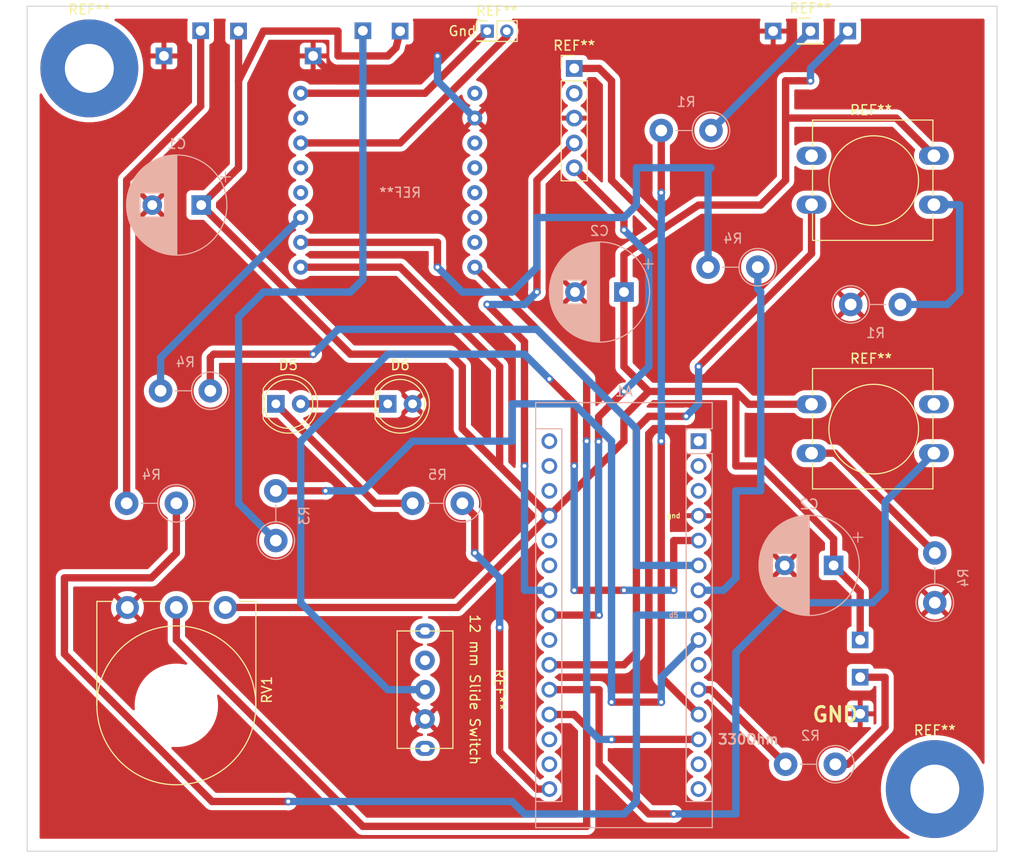
<source format=kicad_pcb>
(kicad_pcb (version 20211014) (generator pcbnew)
  (layers (0 "F.Cu" signal) (31 "B.Cu" signal) (34 "B.Paste" user) (35 "F.Paste" user) (36 "B.SilkS" user "B.Silkscreen") (37 "F.SilkS" user "F.Silkscreen") (38 "B.Mask" user) (39 "F.Mask" user) (44 "Edge.Cuts" user))
  (net 0 "")
  (net 4 "unconnected-(A1-Pad5)")
  (net 5 "unconnected-(A1-Pad6)")
  (net 6 "unconnected-(A1-Pad7)")
  (net 7 "Net-(A1-Pad8)")
  (net 8 "Net-(A1-Pad9)")
  (net 10 "Net-(A1-Pad11)")
  (net 11 "Net-(A1-Pad12)")
  (net 12 "unconnected-(A1-Pad13)")
  (net 15 "Net-(A1-Pad16)")
  (net 16 "unconnected-(A1-Pad17)")
  (net 18 "Net-(A1-Pad19)")
  (net 19 "unconnected-(A1-Pad21)")
  (net 21 "unconnected-(A1-Pad23)")
  (net 22 "unconnected-(A1-Pad24)")
  (net 25 "Net-(A1-Pad27)")
  (net 26 "unconnected-(A1-Pad28)")
  (net 28 "Net-(D5-Pad1)")
  (net 29 "Net-(D5-Pad2)")
  (net 30 "unconnected-(R1-Pad1)")
  (net 31 "unconnected-(R2-Pad1)")
  (net 32 "unconnected-(R3-Pad1)")
  (net 33 "Net-(R4-Pad1)")
  (net 34 "GND")
  (footprint "" (layer "F.Cu") (at 255.27 66.04)
    (fp_text reference "" (at 0 0) (layer "F.SilkS") (effects (font (size 1.27 1.27))))
    (fp_text value "" (at 0 0) (layer "F.SilkS") (effects (font (size 1.27 1.27))))
    (pad "1" thru_hole rect (at 0 0) (size 1.7 1.7) (drill 1) (layers *.Cu *.Mask) (net 34 "GND"))
  )
  (footprint "" (layer "F.Cu") (at 196.795073 66.003382)
    (fp_text reference "" (at 0 0) (layer "F.SilkS") (effects (font (size 1.27 1.27))))
    (fp_text value "" (at 0 0) (layer "F.SilkS") (effects (font (size 1.27 1.27))))
    (pad "1" thru_hole rect (at 0 0) (size 1.7 1.7) (drill 1) (layers *.Cu *.Mask) (net 7 "Net-(A1-Pad8)"))
  )
  (footprint "Potentiometer_THT:Potentiometer_Piher_T-16L_Single_Vertical_Hole" (layer "F.Cu") (at 189.31 124.95 -90)
    (fp_text reference "RV1" (at 8.415 -14.25 -90) (layer "F.SilkS"))
    (fp_text value "R_Potentiometer")
    (pad "" np_thru_hole circle (at 10 -5 270) (size 7.5 7.5) (drill 7.5) (layers *.Cu *.Mask))
    (pad "1" thru_hole circle (at 0 0 270) (size 2.34 2.34) (drill 1.3) (layers *.Cu *.Mask) (net 34 "GND"))
    (pad "2" thru_hole circle (at 0 -5 270) (size 2.34 2.34) (drill 1.3) (layers *.Cu *.Mask) (net 18 "Net-(A1-Pad19)"))
    (pad "3" thru_hole circle (at 0 -10 270) (size 2.34 2.34) (drill 1.3) (layers *.Cu *.Mask) (net 25 "Net-(A1-Pad27)"))
  )
  (footprint "TestLibrary:12mm Slide Switch 3 hole" (layer "F.Cu") (at 219.71 133.35 -90)
    (fp_text reference "REF**" (at 0 -7.62 -90 unlocked) (layer "F.SilkS"))
    (fp_text value "12mm Slide Switch 3 hole")
    (fp_text user "12 mm Slide Switch" (at 0 -5.08 -90 unlocked) (layer "F.SilkS"))
    (pad "1" thru_hole circle (at 0 0 270) (size 2 2) (drill 1) (layers *.Cu *.Mask) (net 4 "unconnected-(A1-Pad5)"))
    (pad "2" thru_hole circle (at 3 0 270) (size 2 2) (drill 1) (layers *.Cu *.Mask) (net 34 "GND"))
    (pad "3" thru_hole circle (at -3 0 270) (size 2 2) (drill 1) (layers *.Cu *.Mask))
    (pad "4" thru_hole oval (at -6 0) (size 2 1.524) (drill oval 1 0.762) (layers *.Cu *.Mask))
    (pad "5" thru_hole oval (at 6 0) (size 2 1.524) (drill oval 1 0.762) (layers *.Cu *.Mask))
  )
  (footprint "LED_THT:LED_D5.0mm" (layer "F.Cu") (at 204.47 104.14)
    (fp_text reference "D5" (at 1.27 -3.96) (layer "F.SilkS"))
    (fp_text value "LED")
    (pad "1" thru_hole rect (at 0 0) (size 1.8 1.8) (drill 0.9) (layers *.Cu *.Mask) (net 28 "Net-(D5-Pad1)"))
    (pad "2" thru_hole circle (at 2.54 0) (size 1.8 1.8) (drill 0.9) (layers *.Cu *.Mask) (net 29 "Net-(D5-Pad2)"))
  )
  (footprint "" (layer "F.Cu") (at 217.17 66.04)
    (fp_text reference "" (at 0 0) (layer "F.SilkS") (effects (font (size 1.27 1.27))))
    (fp_text value "" (at 0 0) (layer "F.SilkS") (effects (font (size 1.27 1.27))))
    (pad "1" thru_hole rect (at 0 0) (size 1.7 1.7) (drill 1) (layers *.Cu *.Mask) (net 25 "Net-(A1-Pad27)"))
  )
  (footprint "" (layer "F.Cu") (at 264.16 132.08 180)
    (fp_text reference "" (at 0 0) (layer "F.SilkS") (effects (font (size 1.27 1.27))))
    (fp_text value "" (at 0 0) (layer "F.SilkS") (effects (font (size 1.27 1.27))))
    (pad "1" thru_hole rect (at 0 0 180) (size 1.7 1.7) (drill 1) (layers *.Cu *.Mask) (net 31 "unconnected-(R2-Pad1)"))
  )
  (footprint "Button_Switch_THT:SW_PUSH-12mm" (layer "F.Cu") (at 259.19 78.78)
    (fp_text reference "REF**" (at 6.08 -4.66) (layer "F.SilkS"))
    (fp_text value "SW_PUSH-12mm")
    (pad "1" thru_hole oval (at 12.5 0) (size 3.048 1.85) (drill 1.3) (layers *.Cu *.Mask) (net 25 "Net-(A1-Pad27)"))
    (pad "1" thru_hole oval (at 0 0) (size 3.048 1.85) (drill 1.3) (layers *.Cu *.Mask))
    (pad "2" thru_hole oval (at 0 5) (size 3.048 1.85) (drill 1.3) (layers *.Cu *.Mask) (net 19 "unconnected-(A1-Pad21)"))
    (pad "2" thru_hole oval (at 12.5 5) (size 3.048 1.85) (drill 1.3) (layers *.Cu *.Mask))
  )
  (footprint "Connector_PinHeader_2.54mm:PinHeader_1x01_P2.54mm_Vertical" (layer "F.Cu") (at 259.08 66.04)
    (fp_text reference "REF**" (at 0 -2.33) (layer "F.SilkS"))
    (fp_text value "PinHeader_1x01_P2.54mm_Vertical")
    (pad "1" thru_hole rect (at 0 0) (size 1.7 1.7) (drill 1) (layers *.Cu *.Mask) (net 30 "unconnected-(R1-Pad1)"))
  )
  (footprint "" (layer "F.Cu") (at 200.66 66.04)
    (fp_text reference "" (at 0 0) (layer "F.SilkS") (effects (font (size 1.27 1.27))))
    (fp_text value "" (at 0 0) (layer "F.SilkS") (effects (font (size 1.27 1.27))))
    (pad "1" thru_hole rect (at 0 0) (size 1.7 1.7) (drill 1) (layers *.Cu *.Mask) (net 25 "Net-(A1-Pad27)"))
  )
  (footprint "" (layer "F.Cu") (at 262.89 66.04)
    (fp_text reference "" (at 0 0) (layer "F.SilkS") (effects (font (size 1.27 1.27))))
    (fp_text value "" (at 0 0) (layer "F.SilkS") (effects (font (size 1.27 1.27))))
    (pad "1" thru_hole rect (at 0 0) (size 1.7 1.7) (drill 1) (layers *.Cu *.Mask) (net 25 "Net-(A1-Pad27)"))
  )
  (footprint "MountingHole:MountingHole_5mm_Pad" (layer "F.Cu") (at 271.78 143.51)
    (fp_text reference "REF**" (at 0 -6) (layer "F.SilkS"))
    (fp_text value "MountingHole_5mm_Pad")
    (pad "1" thru_hole circle (at 0 0) (size 10 10) (drill 5) (layers *.Cu *.Mask))
  )
  (footprint "" (layer "F.Cu") (at 264.16 128.265423 180)
    (fp_text reference "" (at 0 0) (layer "F.SilkS") (effects (font (size 1.27 1.27))))
    (fp_text value "" (at 0 0) (layer "F.SilkS") (effects (font (size 1.27 1.27))))
    (pad "1" thru_hole rect (at 0 0 180) (size 1.7 1.7) (drill 1) (layers *.Cu *.Mask) (net 25 "Net-(A1-Pad27)"))
  )
  (footprint "" (layer "F.Cu") (at 193.04 68.58)
    (fp_text reference "" (at 0 0) (layer "F.SilkS") (effects (font (size 1.27 1.27))))
    (fp_text value "" (at 0 0) (layer "F.SilkS") (effects (font (size 1.27 1.27))))
    (pad "1" thru_hole rect (at 0 0) (size 1.7 1.7) (drill 1) (layers *.Cu *.Mask) (net 34 "GND"))
  )
  (footprint "LED_THT:LED_D5.0mm" (layer "F.Cu") (at 215.9 104.14)
    (fp_text reference "D6" (at 1.27 -3.96) (layer "F.SilkS"))
    (fp_text value "LED")
    (pad "1" thru_hole rect (at 0 0) (size 1.8 1.8) (drill 0.9) (layers *.Cu *.Mask) (net 29 "Net-(D5-Pad2)"))
    (pad "2" thru_hole circle (at 2.54 0) (size 1.8 1.8) (drill 0.9) (layers *.Cu *.Mask) (net 34 "GND"))
  )
  (footprint "" (layer "F.Cu") (at 213.36 66.003382)
    (fp_text reference "" (at 0 0) (layer "F.SilkS") (effects (font (size 1.27 1.27))))
    (fp_text value "" (at 0 0) (layer "F.SilkS") (effects (font (size 1.27 1.27))))
    (pad "1" thru_hole rect (at 0 0) (size 1.7 1.7) (drill 1) (layers *.Cu *.Mask) (net 32 "unconnected-(R3-Pad1)"))
  )
  (footprint "Button_Switch_THT:SW_PUSH-12mm" (layer "F.Cu") (at 259.19 104.18)
    (fp_text reference "REF**" (at 6.08 -4.66) (layer "F.SilkS"))
    (fp_text value "SW_PUSH-12mm")
    (pad "1" thru_hole oval (at 0 0) (size 3.048 1.85) (drill 1.3) (layers *.Cu *.Mask) (net 25 "Net-(A1-Pad27)"))
    (pad "1" thru_hole oval (at 12.5 0) (size 3.048 1.85) (drill 1.3) (layers *.Cu *.Mask))
    (pad "2" thru_hole oval (at 0 5) (size 3.048 1.85) (drill 1.3) (layers *.Cu *.Mask))
    (pad "2" thru_hole oval (at 12.5 5) (size 3.048 1.85) (drill 1.3) (layers *.Cu *.Mask))
  )
  (footprint "Connector_PinHeader_2.00mm:PinHeader_2x01_P2.00mm_Vertical" (layer "F.Cu") (at 226.06 66.04)
    (fp_text reference "REF**" (at 1 -2.06) (layer "F.SilkS"))
    (fp_text value "PinHeader_2x01_P2.00mm_Vertical")
    (pad "1" thru_hole rect (at 0 0) (size 1.35 1.35) (drill 0.8) (layers *.Cu *.Mask) (net 26 "unconnected-(A1-Pad28)"))
    (pad "2" thru_hole oval (at 2 0) (size 1.35 1.35) (drill 0.8) (layers *.Cu *.Mask) (net 16 "unconnected-(A1-Pad17)"))
  )
  (footprint "MountingHole:MountingHole_5mm_Pad" (layer "F.Cu") (at 185.42 69.85)
    (fp_text reference "REF**" (at 0 -6) (layer "F.SilkS"))
    (fp_text value "MountingHole_5mm_Pad")
    (pad "1" thru_hole circle (at 0 0) (size 10 10) (drill 5) (layers *.Cu *.Mask))
  )
  (footprint "" (layer "F.Cu") (at 208.28 68.58)
    (fp_text reference "" (at 0 0) (layer "F.SilkS") (effects (font (size 1.27 1.27))))
    (fp_text value "" (at 0 0) (layer "F.SilkS") (effects (font (size 1.27 1.27))))
    (pad "1" thru_hole rect (at 0 0) (size 1.7 1.7) (drill 1) (layers *.Cu *.Mask) (net 34 "GND"))
  )
  (footprint "" (layer "F.Cu") (at 264.16 135.8193 180)
    (fp_text reference "" (at 0 0) (layer "F.SilkS") (effects (font (size 1.27 1.27))))
    (fp_text value "" (at 0 0) (layer "F.SilkS") (effects (font (size 1.27 1.27))))
    (pad "1" thru_hole rect (at 0 0 180) (size 1.7 1.7) (drill 1) (layers *.Cu *.Mask) (net 34 "GND"))
  )
  (footprint "Connector_PinHeader_2.54mm:PinHeader_1x05_P2.54mm_Vertical" (layer "F.Cu") (at 234.95 69.855)
    (fp_text reference "REF**" (at 0 -2.33) (layer "F.SilkS"))
    (fp_text value "PinHeader_1x05_P2.54mm_Vertical")
    (pad "1" thru_hole rect (at 0 0) (size 1.7 1.7) (drill 1) (layers *.Cu *.Mask) (net 25 "Net-(A1-Pad27)"))
    (pad "2" thru_hole oval (at 0 2.54) (size 1.7 1.7) (drill 1) (layers *.Cu *.Mask))
    (pad "3" thru_hole oval (at 0 5.08) (size 1.7 1.7) (drill 1) (layers *.Cu *.Mask) (net 34 "GND"))
    (pad "4" thru_hole oval (at 0 7.62) (size 1.7 1.7) (drill 1) (layers *.Cu *.Mask) (net 22 "unconnected-(A1-Pad24)"))
    (pad "5" thru_hole oval (at 0 10.16) (size 1.7 1.7) (drill 1) (layers *.Cu *.Mask) (net 21 "unconnected-(A1-Pad23)"))
  )
  (footprint "Resistor_THT:R_Axial_DIN0411_L9.9mm_D3.6mm_P5.08mm_Vertical" (layer "B.Cu") (at 194.31 114.3 180)
    (fp_text reference "R4" (at 2.54 2.92) (layer "B.SilkS") (effects (justify mirror)))
    (fp_text value "R_Small_US")
    (pad "1" thru_hole circle (at 0 0 180) (size 2.4 2.4) (drill 1.2) (layers *.Cu *.Mask) (net 33 "Net-(R4-Pad1)"))
    (pad "2" thru_hole oval (at 5.08 0 180) (size 2.4 2.4) (drill 1.2) (layers *.Cu *.Mask) (net 7 "Net-(A1-Pad8)"))
  )
  (footprint "Resistor_THT:R_Axial_DIN0411_L9.9mm_D3.6mm_P5.08mm_Vertical" (layer "B.Cu") (at 263.19 93.98)
    (fp_text reference "R1" (at 2.54 2.92) (layer "B.SilkS") (effects (justify mirror)))
    (fp_text value "R_Small_US")
    (pad "1" thru_hole circle (at 0 0) (size 2.4 2.4) (drill 1.2) (layers *.Cu *.Mask) (net 34 "GND"))
    (pad "2" thru_hole oval (at 5.08 0) (size 2.4 2.4) (drill 1.2) (layers *.Cu *.Mask))
  )
  (footprint "Resistor_THT:R_Axial_DIN0411_L9.9mm_D3.6mm_P5.08mm_Vertical" (layer "B.Cu") (at 271.78 124.46 90)
    (fp_text reference "R4" (at 2.54 2.92 90) (layer "B.SilkS") (effects (justify mirror)))
    (fp_text value "R_Small_US")
    (pad "1" thru_hole circle (at 0 0 90) (size 2.4 2.4) (drill 1.2) (layers *.Cu *.Mask) (net 34 "GND"))
    (pad "2" thru_hole oval (at 5.08 0 90) (size 2.4 2.4) (drill 1.2) (layers *.Cu *.Mask))
  )
  (footprint "Resistor_THT:R_Axial_DIN0411_L9.9mm_D3.6mm_P5.08mm_Vertical" (layer "B.Cu") (at 197.778407 102.803059 180)
    (fp_text reference "R4" (at 2.54 2.92) (layer "B.SilkS") (effects (justify mirror)))
    (fp_text value "R_Small_US")
    (pad "1" thru_hole circle (at 0 0 180) (size 2.4 2.4) (drill 1.2) (layers *.Cu *.Mask) (net 5 "unconnected-(A1-Pad6)"))
    (pad "2" thru_hole oval (at 5.08 0 180) (size 2.4 2.4) (drill 1.2) (layers *.Cu *.Mask))
  )
  (footprint "Audio_Module:DFPlayer_V2" (layer "B.Cu") (at 217.17 72.39 180)
    (fp_text reference "REF**" (at 0 -10.16) (layer "B.SilkS") (effects (justify mirror)))
    (fp_text value "DFPlayer")
    (pad "1" thru_hole circle (at -7.62 0 180) (size 1.524 1.524) (drill 0.762) (layers *.Cu *.Mask))
    (pad "2" thru_hole circle (at -7.62 -2.54 180) (size 1.524 1.524) (drill 0.762) (layers *.Cu *.Mask) (net 34 "GND"))
    (pad "3" thru_hole circle (at -7.62 -5.08 180) (size 1.524 1.524) (drill 0.762) (layers *.Cu *.Mask))
    (pad "4" thru_hole circle (at -7.62 -7.62 180) (size 1.524 1.524) (drill 0.762) (layers *.Cu *.Mask))
    (pad "5" thru_hole circle (at -7.62 -10.16 180) (size 1.524 1.524) (drill 0.762) (layers *.Cu *.Mask))
    (pad "6" thru_hole circle (at -7.62 -12.7 180) (size 1.524 1.524) (drill 0.762) (layers *.Cu *.Mask))
    (pad "7" thru_hole circle (at -7.62 -15.24 180) (size 1.524 1.524) (drill 0.762) (layers *.Cu *.Mask))
    (pad "8" thru_hole circle (at -7.62 -17.78 180) (size 1.524 1.524) (drill 0.762) (layers *.Cu *.Mask) (net 12 "unconnected-(A1-Pad13)"))
    (pad "9" thru_hole circle (at 10.16 -17.78 180) (size 1.524 1.524) (drill 0.762) (layers *.Cu *.Mask) (net 25 "Net-(A1-Pad27)"))
    (pad "10" thru_hole circle (at 10.16 -15.24 180) (size 1.524 1.524) (drill 0.762) (layers *.Cu *.Mask))
    (pad "11" thru_hole circle (at 10.16 -12.7 180) (size 1.524 1.524) (drill 0.762) (layers *.Cu *.Mask))
    (pad "12" thru_hole circle (at 10.16 -10.16 180) (size 1.524 1.524) (drill 0.762) (layers *.Cu *.Mask))
    (pad "13" thru_hole circle (at 10.16 -7.62 180) (size 1.524 1.524) (drill 0.762) (layers *.Cu *.Mask))
    (pad "14" thru_hole circle (at 10.16 -5.08 180) (size 1.524 1.524) (drill 0.762) (layers *.Cu *.Mask) (net 16 "unconnected-(A1-Pad17)"))
    (pad "15" thru_hole circle (at 10.16 -2.54 180) (size 1.524 1.524) (drill 0.762) (layers *.Cu *.Mask))
    (pad "16" thru_hole circle (at 10.16 0 180) (size 1.524 1.524) (drill 0.762) (layers *.Cu *.Mask) (net 26 "unconnected-(A1-Pad28)"))
  )
  (footprint "Resistor_THT:R_Axial_DIN0411_L9.9mm_D3.6mm_P5.08mm_Vertical" (layer "B.Cu") (at 253.7 90.17 180)
    (fp_text reference "R4" (at 2.54 2.92) (layer "B.SilkS") (effects (justify mirror)))
    (fp_text value "R_Small_US")
    (pad "1" thru_hole circle (at 0 0 180) (size 2.4 2.4) (drill 1.2) (layers *.Cu *.Mask) (net 6 "unconnected-(A1-Pad7)"))
    (pad "2" thru_hole oval (at 5.08 0 180) (size 2.4 2.4) (drill 1.2) (layers *.Cu *.Mask))
  )
  (footprint "Resistor_THT:R_Axial_DIN0411_L9.9mm_D3.6mm_P5.08mm_Vertical" (layer "B.Cu") (at 248.92 76.2 180)
    (fp_text reference "R1" (at 2.54 2.92) (layer "B.SilkS") (effects (justify mirror)))
    (fp_text value "R_Small_US")
    (pad "1" thru_hole circle (at 0 0 180) (size 2.4 2.4) (drill 1.2) (layers *.Cu *.Mask) (net 30 "unconnected-(R1-Pad1)"))
    (pad "2" thru_hole oval (at 5.08 0 180) (size 2.4 2.4) (drill 1.2) (layers *.Cu *.Mask) (net 11 "Net-(A1-Pad12)"))
  )
  (footprint "Capacitor_THT:CP_Radial_D10.0mm_P5.00mm" (layer "B.Cu") (at 196.85 83.82 180)
    (fp_text reference "C1" (at 2.5 6.25) (layer "B.SilkS") (effects (justify mirror)))
    (fp_text value "C_Polarized_Small_US")
    (pad "1" thru_hole rect (at 0 0 180) (size 2 2) (drill 1) (layers *.Cu *.Mask) (net 25 "Net-(A1-Pad27)"))
    (pad "2" thru_hole circle (at 5 0 180) (size 2 2) (drill 1) (layers *.Cu *.Mask) (net 34 "GND"))
  )
  (footprint "Resistor_THT:R_Axial_DIN0411_L9.9mm_D3.6mm_P5.08mm_Vertical" (layer "B.Cu") (at 261.62 140.97 180)
    (fp_text reference "R2" (at 2.54 2.92) (layer "B.SilkS") (effects (justify mirror)))
    (fp_text value "R_Small_US")
    (pad "1" thru_hole circle (at 0 0 180) (size 2.4 2.4) (drill 1.2) (layers *.Cu *.Mask) (net 31 "unconnected-(R2-Pad1)"))
    (pad "2" thru_hole oval (at 5.08 0 180) (size 2.4 2.4) (drill 1.2) (layers *.Cu *.Mask) (net 10 "Net-(A1-Pad11)"))
  )
  (footprint "Capacitor_THT:CP_Radial_D10.0mm_P5.00mm" (layer "B.Cu") (at 261.447677 120.65 180)
    (fp_text reference "C2" (at 2.5 6.25) (layer "B.SilkS") (effects (justify mirror)))
    (fp_text value "C_Polarized_Small_US")
    (pad "1" thru_hole rect (at 0 0 180) (size 2 2) (drill 1) (layers *.Cu *.Mask) (net 25 "Net-(A1-Pad27)"))
    (pad "2" thru_hole circle (at 5 0 180) (size 2 2) (drill 1) (layers *.Cu *.Mask) (net 34 "GND"))
  )
  (footprint "Resistor_THT:R_Axial_DIN0411_L9.9mm_D3.6mm_P5.08mm_Vertical" (layer "B.Cu") (at 204.47 118.11 90)
    (fp_text reference "R3" (at 2.54 2.92 90) (layer "B.SilkS") (effects (justify mirror)))
    (fp_text value "R_Small_US")
    (pad "1" thru_hole circle (at 0 0 90) (size 2.4 2.4) (drill 1.2) (layers *.Cu *.Mask) (net 32 "unconnected-(R3-Pad1)"))
    (pad "2" thru_hole oval (at 5.08 0 90) (size 2.4 2.4) (drill 1.2) (layers *.Cu *.Mask) (net 8 "Net-(A1-Pad9)"))
  )
  (footprint "Capacitor_THT:CP_Radial_D10.0mm_P5.00mm" (layer "B.Cu") (at 240.03 92.71 180)
    (fp_text reference "C2" (at 2.5 6.25) (layer "B.SilkS") (effects (justify mirror)))
    (fp_text value "C_Polarized_Small_US")
    (pad "1" thru_hole rect (at 0 0 180) (size 2 2) (drill 1) (layers *.Cu *.Mask) (net 25 "Net-(A1-Pad27)"))
    (pad "2" thru_hole circle (at 5 0 180) (size 2 2) (drill 1) (layers *.Cu *.Mask) (net 34 "GND"))
  )
  (footprint "Resistor_THT:R_Axial_DIN0411_L9.9mm_D3.6mm_P5.08mm_Vertical" (layer "B.Cu") (at 223.52 114.3 180)
    (fp_text reference "R5" (at 2.54 2.92) (layer "B.SilkS") (effects (justify mirror)))
    (fp_text value "R_Small_US")
    (pad "1" thru_hole circle (at 0 0 180) (size 2.4 2.4) (drill 1.2) (layers *.Cu *.Mask) (net 15 "Net-(A1-Pad16)"))
    (pad "2" thru_hole oval (at 5.08 0 180) (size 2.4 2.4) (drill 1.2) (layers *.Cu *.Mask) (net 28 "Net-(D5-Pad1)"))
  )
  (footprint "Module:Arduino_Nano" (layer "B.Cu") (at 247.65 107.95 180)
    (fp_text reference "A1" (at 7.62 5.08) (layer "B.SilkS") (effects (justify mirror)))
    (fp_text value "Arduino_Nano_v3.x")
    (pad "1" thru_hole rect (at 0 0 180) (size 1.6 1.6) (drill 1) (layers *.Cu *.Mask))
    (pad "2" thru_hole oval (at 0 -2.54 180) (size 1.6 1.6) (drill 1) (layers *.Cu *.Mask))
    (pad "3" thru_hole oval (at 0 -5.08 180) (size 1.6 1.6) (drill 1) (layers *.Cu *.Mask))
    (pad "4" thru_hole oval (at 0 -7.62 180) (size 1.6 1.6) (drill 1) (layers *.Cu *.Mask) (net 34 "GND"))
    (pad "5" thru_hole oval (at 0 -10.16 180) (size 1.6 1.6) (drill 1) (layers *.Cu *.Mask) (net 4 "unconnected-(A1-Pad5)"))
    (pad "6" thru_hole oval (at 0 -12.7 180) (size 1.6 1.6) (drill 1) (layers *.Cu *.Mask) (net 5 "unconnected-(A1-Pad6)"))
    (pad "7" thru_hole oval (at 0 -15.24 180) (size 1.6 1.6) (drill 1) (layers *.Cu *.Mask) (net 6 "unconnected-(A1-Pad7)"))
    (pad "8" thru_hole oval (at 0 -17.78 180) (size 1.6 1.6) (drill 1) (layers *.Cu *.Mask) (net 33 "Net-(R4-Pad1)"))
    (pad "9" thru_hole oval (at 0 -20.32 180) (size 1.6 1.6) (drill 1) (layers *.Cu *.Mask) (net 8 "Net-(A1-Pad9)"))
    (pad "10" thru_hole oval (at 0 -22.86 180) (size 1.6 1.6) (drill 1) (layers *.Cu *.Mask))
    (pad "11" thru_hole oval (at 0 -25.4 180) (size 1.6 1.6) (drill 1) (layers *.Cu *.Mask) (net 10 "Net-(A1-Pad11)"))
    (pad "12" thru_hole oval (at 0 -27.94 180) (size 1.6 1.6) (drill 1) (layers *.Cu *.Mask) (net 11 "Net-(A1-Pad12)"))
    (pad "13" thru_hole oval (at 0 -30.48 180) (size 1.6 1.6) (drill 1) (layers *.Cu *.Mask) (net 12 "unconnected-(A1-Pad13)"))
    (pad "14" thru_hole oval (at 0 -33.02 180) (size 1.6 1.6) (drill 1) (layers *.Cu *.Mask))
    (pad "15" thru_hole oval (at 0 -35.56 180) (size 1.6 1.6) (drill 1) (layers *.Cu *.Mask))
    (pad "16" thru_hole oval (at 15.24 -35.56 180) (size 1.6 1.6) (drill 1) (layers *.Cu *.Mask) (net 15 "Net-(A1-Pad16)"))
    (pad "17" thru_hole oval (at 15.24 -33.02 180) (size 1.6 1.6) (drill 1) (layers *.Cu *.Mask))
    (pad "18" thru_hole oval (at 15.24 -30.48 180) (size 1.6 1.6) (drill 1) (layers *.Cu *.Mask))
    (pad "19" thru_hole oval (at 15.24 -27.94 180) (size 1.6 1.6) (drill 1) (layers *.Cu *.Mask) (net 18 "Net-(A1-Pad19)"))
    (pad "20" thru_hole oval (at 15.24 -25.4 180) (size 1.6 1.6) (drill 1) (layers *.Cu *.Mask))
    (pad "21" thru_hole oval (at 15.24 -22.86 180) (size 1.6 1.6) (drill 1) (layers *.Cu *.Mask) (net 19 "unconnected-(A1-Pad21)"))
    (pad "22" thru_hole oval (at 15.24 -20.32 180) (size 1.6 1.6) (drill 1) (layers *.Cu *.Mask))
    (pad "23" thru_hole oval (at 15.24 -17.78 180) (size 1.6 1.6) (drill 1) (layers *.Cu *.Mask) (net 21 "unconnected-(A1-Pad23)"))
    (pad "24" thru_hole oval (at 15.24 -15.24 180) (size 1.6 1.6) (drill 1) (layers *.Cu *.Mask) (net 22 "unconnected-(A1-Pad24)"))
    (pad "25" thru_hole oval (at 15.24 -12.7 180) (size 1.6 1.6) (drill 1) (layers *.Cu *.Mask))
    (pad "26" thru_hole oval (at 15.24 -10.16 180) (size 1.6 1.6) (drill 1) (layers *.Cu *.Mask))
    (pad "27" thru_hole oval (at 15.24 -7.62 180) (size 1.6 1.6) (drill 1) (layers *.Cu *.Mask) (net 25 "Net-(A1-Pad27)"))
    (pad "28" thru_hole oval (at 15.24 -5.08 180) (size 1.6 1.6) (drill 1) (layers *.Cu *.Mask))
    (pad "29" thru_hole oval (at 15.24 -2.54 180) (size 1.6 1.6) (drill 1) (layers *.Cu *.Mask))
    (pad "30" thru_hole oval (at 15.24 0 180) (size 1.6 1.6) (drill 1) (layers *.Cu *.Mask))
  )
  (gr_line (start 179.07 149.86) (end 179.07 63.5) (layer "Edge.Cuts") (width 0.1))
  (gr_line (start 179.07 63.5) (end 278.13 63.5) (layer "Edge.Cuts") (width 0.1))
  (gr_line (start 278.13 63.5) (end 278.13 149.86) (layer "Edge.Cuts") (width 0.1))
  (gr_line (start 278.13 149.86) (end 179.07 149.86) (layer "Edge.Cuts") (width 0.1))
  (gr_text "330Ohm" (at 252.73 138.43) (layer "B.SilkS") (effects (font (size 1 1) (thickness 0.2))))
  (gr_text "d5" (at 245.11 125.73) (layer "B.SilkS") (effects (font (size 0.5 0.5) (thickness 0.1))))
  (gr_text "Gnd" (at 223.52 66.04) (layer "F.SilkS") (effects (font (size 1 1))))
  (gr_text "gnd" (at 245.11 115.57) (layer "F.SilkS") (effects (font (size 0.5 0.5) (thickness 0.1))))
  (gr_text "GND" (at 261.62 135.89) (layer "F.SilkS") (effects (font (size 1.5 1.5) (thickness 0.3))))
  (segment (start 261.58 109.18) (end 271.78 119.38) (width 0.75) (layer "F.Cu") (net 0))
  (segment (start 220.98 87.63) (end 220.98 90.17) (width 0.75) (layer "F.Cu") (net 0))
  (segment (start 259.19 109.18) (end 261.58 109.18) (width 0.75) (layer "F.Cu") (net 0))
  (segment (start 245.11 146.05) (end 242.57 146.05) (width 0.75) (layer "F.Cu") (net 0))
  (segment (start 242.57 146.05) (end 237.49 140.97) (width 0.75) (layer "F.Cu") (net 0))
  (segment (start 207.01 87.63) (end 220.98 87.63) (width 0.75) (layer "F.Cu") (net 0))
  (segment (start 237.49 140.97) (end 237.49 133.35) (width 0.75) (layer "F.Cu") (net 0))
  (segment (start 237.49 133.35) (end 232.41 133.35) (width 0.75) (layer "F.Cu") (net 0))
  (via (at 220.98 90.17) (size 0.8) (drill 0.4) (layers "F.Cu" "B.Cu") (net 0))
  (via (at 245.11 146.05) (size 0.8) (drill 0.4) (layers "F.Cu" "B.Cu") (net 0))
  (segment (start 274.32 83.82) (end 274.32 92.71) (width 0.75) (layer "B.Cu") (net 0))
  (segment (start 228.6 92.71) (end 231.14 90.17) (width 0.75) (layer "B.Cu") (net 0))
  (segment (start 274.32 92.71) (end 273.05 93.98) (width 0.75) (layer "B.Cu") (net 0))
  (segment (start 265.43 124.46) (end 256.54 124.46) (width 0.75) (layer "B.Cu") (net 0))
  (segment (start 220.98 90.17) (end 223.52 92.71) (width 0.75) (layer "B.Cu") (net 0))
  (segment (start 266.7 120.65) (end 266.7 123.19) (width 0.75) (layer "B.Cu") (net 0))
  (segment (start 251.46 146.05) (end 245.11 146.05) (width 0.75) (layer "B.Cu") (net 0))
  (segment (start 251.46 132.08) (end 251.46 146.05) (width 0.75) (layer "B.Cu") (net 0))
  (segment (start 231.14 85.09) (end 240.03 85.09) (width 0.75) (layer "B.Cu") (net 0))
  (segment (start 256.54 124.46) (end 251.46 129.54) (width 0.75) (layer "B.Cu") (net 0))
  (segment (start 240.03 85.09) (end 241.3 83.82) (width 0.75) (layer "B.Cu") (net 0))
  (segment (start 266.7 123.19) (end 265.43 124.46) (width 0.75) (layer "B.Cu") (net 0))
  (segment (start 273.05 93.98) (end 268.27 93.98) (width 0.75) (layer "B.Cu") (net 0))
  (segment (start 266.7 114.17) (end 266.7 120.65) (width 0.75) (layer "B.Cu") (net 0))
  (segment (start 251.46 129.54) (end 251.46 132.08) (width 0.75) (layer "B.Cu") (net 0))
  (segment (start 248.92 80.01) (end 248.62 80.31) (width 0.75) (layer "B.Cu") (net 0))
  (segment (start 274.28 83.78) (end 274.32 83.82) (width 0.75) (layer "B.Cu") (net 0))
  (segment (start 248.62 80.31) (end 248.62 90.17) (width 0.75) (layer "B.Cu") (net 0))
  (segment (start 241.3 83.82) (end 241.3 80.01) (width 0.75) (layer "B.Cu") (net 0))
  (segment (start 192.698407 102.803059) (end 192.698407 99.401593) (width 0.75) (layer "B.Cu") (net 0))
  (segment (start 223.52 92.71) (end 228.6 92.71) (width 0.75) (layer "B.Cu") (net 0))
  (segment (start 231.14 90.17) (end 231.14 85.09) (width 0.75) (layer "B.Cu") (net 0))
  (segment (start 241.3 80.01) (end 248.92 80.01) (width 0.75) (layer "B.Cu") (net 0))
  (segment (start 192.698407 99.401593) (end 207.01 85.09) (width 0.75) (layer "B.Cu") (net 0))
  (segment (start 271.69 109.18) (end 266.7 114.17) (width 0.75) (layer "B.Cu") (net 0))
  (segment (start 271.69 83.78) (end 274.28 83.78) (width 0.75) (layer "B.Cu") (net 0))
  (segment (start 232.41 101.6) (end 234.95 104.14) (width 0.75) (layer "F.Cu") (net 4))
  (segment (start 245.11 118.11) (end 247.65 118.11) (width 0.75) (layer "F.Cu") (net 4))
  (segment (start 245.11 123.19) (end 245.11 118.11) (width 0.75) (layer "F.Cu") (net 4))
  (segment (start 234.95 123.19) (end 240.03 123.19) (width 0.75) (layer "F.Cu") (net 4))
  (segment (start 234.95 104.14) (end 234.95 110.49) (width 0.75) (layer "F.Cu") (net 4))
  (via (at 234.95 110.49) (size 0.8) (drill 0.4) (layers "F.Cu" "B.Cu") (net 4))
  (via (at 245.11 123.19) (size 0.8) (drill 0.4) (layers "F.Cu" "B.Cu") (net 4))
  (via (at 240.03 123.19) (size 0.8) (drill 0.4) (layers "F.Cu" "B.Cu") (net 4))
  (via (at 234.95 123.19) (size 0.8) (drill 0.4) (layers "F.Cu" "B.Cu") (net 4))
  (via (at 232.41 101.6) (size 0.8) (drill 0.4) (layers "F.Cu" "B.Cu") (net 4))
  (segment (start 229.87 99.06) (end 232.41 101.6) (width 0.75) (layer "B.Cu") (net 4))
  (segment (start 215.9 133.35) (end 209.55 127) (width 0.75) (layer "B.Cu") (net 4))
  (segment (start 209.55 127) (end 207.01 124.46) (width 0.75) (layer "B.Cu") (net 4))
  (segment (start 207.01 124.46) (end 207.01 110.49) (width 0.75) (layer "B.Cu") (net 4))
  (segment (start 207.01 107.95) (end 215.9 99.06) (width 0.75) (layer "B.Cu") (net 4))
  (segment (start 215.9 99.06) (end 229.87 99.06) (width 0.75) (layer "B.Cu") (net 4))
  (segment (start 240.03 123.19) (end 245.11 123.19) (width 0.75) (layer "B.Cu") (net 4))
  (segment (start 234.95 110.49) (end 234.95 123.19) (width 0.75) (layer "B.Cu") (net 4))
  (segment (start 207.01 110.49) (end 207.01 107.95) (width 0.75) (layer "B.Cu") (net 4))
  (segment (start 219.71 133.35) (end 215.9 133.35) (width 0.75) (layer "B.Cu") (net 4))
  (segment (start 198.12 99.06) (end 208.28 99.06) (width 0.75) (layer "F.Cu") (net 5))
  (segment (start 197.778407 102.803059) (end 197.778407 99.401593) (width 0.75) (layer "F.Cu") (net 5))
  (segment (start 197.778407 99.401593) (end 198.12 99.06) (width 0.75) (layer "F.Cu") (net 5))
  (via (at 208.28 99.06) (size 0.8) (drill 0.4) (layers "F.Cu" "B.Cu") (net 5))
  (segment (start 231.14 96.52) (end 241.3 106.68) (width 0.75) (layer "B.Cu") (net 5))
  (segment (start 241.3 120.65) (end 247.65 120.65) (width 0.75) (layer "B.Cu") (net 5))
  (segment (start 210.82 96.52) (end 231.14 96.52) (width 0.75) (layer "B.Cu") (net 5))
  (segment (start 208.28 99.06) (end 210.82 96.52) (width 0.75) (layer "B.Cu") (net 5))
  (segment (start 241.3 106.68) (end 241.3 120.65) (width 0.75) (layer "B.Cu") (net 5))
  (segment (start 247.65 123.19) (end 250.19 123.19) (width 0.75) (layer "B.Cu") (net 6))
  (segment (start 254 113.03) (end 254 92.71) (width 0.75) (layer "B.Cu") (net 6))
  (segment (start 251.46 113.03) (end 254 113.03) (width 0.75) (layer "B.Cu") (net 6))
  (segment (start 250.19 123.19) (end 251.46 121.92) (width 0.75) (layer "B.Cu") (net 6))
  (segment (start 251.46 121.92) (end 251.46 113.03) (width 0.75) (layer "B.Cu") (net 6))
  (segment (start 253.7 92.41) (end 253.7 90.17) (width 0.75) (layer "B.Cu") (net 6))
  (segment (start 254 92.71) (end 253.7 92.41) (width 0.75) (layer "B.Cu") (net 6))
  (segment (start 196.795073 73.714927) (end 196.795073 66.003382) (width 0.75) (layer "F.Cu") (net 7))
  (segment (start 189.23 114.3) (end 189.23 81.28) (width 0.75) (layer "F.Cu") (net 7))
  (segment (start 189.23 81.28) (end 196.795073 73.714927) (width 0.75) (layer "F.Cu") (net 7))
  (segment (start 238.76 134.62) (end 243.84 134.62) (width 0.75) (layer "F.Cu") (net 8))
  (segment (start 204.47 113.03) (end 209.55 113.03) (width 0.75) (layer "F.Cu") (net 8))
  (via (at 243.84 134.62) (size 0.8) (drill 0.4) (layers "F.Cu" "B.Cu") (net 8))
  (via (at 238.76 134.62) (size 0.8) (drill 0.4) (layers "F.Cu" "B.Cu") (net 8))
  (via (at 209.55 113.03) (size 0.8) (drill 0.4) (layers "F.Cu" "B.Cu") (net 8))
  (segment (start 236.22 105.41) (end 238.76 107.95) (width 0.75) (layer "B.Cu") (net 8))
  (segment (start 209.55 113.03) (end 213.36 113.03) (width 0.75) (layer "B.Cu") (net 8))
  (segment (start 243.84 134.62) (end 243.84 132.08) (width 0.75) (layer "B.Cu") (net 8))
  (segment (start 218.44 107.95) (end 228.6 107.95) (width 0.75) (layer "B.Cu") (net 8))
  (segment (start 215.9 110.49) (end 218.44 107.95) (width 0.75) (layer "B.Cu") (net 8))
  (segment (start 228.6 104.14) (end 234.95 104.14) (width 0.75) (layer "B.Cu") (net 8))
  (segment (start 238.76 107.95) (end 238.76 134.62) (width 0.75) (layer "B.Cu") (net 8))
  (segment (start 234.95 104.14) (end 236.22 105.41) (width 0.75) (layer "B.Cu") (net 8))
  (segment (start 243.84 132.08) (end 247.65 128.27) (width 0.75) (layer "B.Cu") (net 8))
  (segment (start 213.36 113.03) (end 215.9 110.49) (width 0.75) (layer "B.Cu") (net 8))
  (segment (start 228.6 107.95) (end 228.6 104.14) (width 0.75) (layer "B.Cu") (net 8))
  (segment (start 248.92 133.35) (end 256.54 140.97) (width 0.75) (layer "F.Cu") (net 10))
  (segment (start 247.65 133.35) (end 248.92 133.35) (width 0.75) (layer "F.Cu") (net 10))
  (segment (start 243.84 76.2) (end 243.84 82.55) (width 0.75) (layer "F.Cu") (net 11))
  (segment (start 243.84 132.08) (end 247.65 135.89) (width 0.75) (layer "F.Cu") (net 11))
  (segment (start 243.84 107.95) (end 243.84 132.08) (width 0.75) (layer "F.Cu") (net 11))
  (via (at 243.84 82.55) (size 0.8) (drill 0.4) (layers "F.Cu" "B.Cu") (net 11))
  (via (at 243.84 107.95) (size 0.8) (drill 0.4) (layers "F.Cu" "B.Cu") (net 11))
  (segment (start 243.84 82.55) (end 243.84 107.95) (width 0.75) (layer "B.Cu") (net 11))
  (segment (start 224.79 90.17) (end 236.22 101.6) (width 0.75) (layer "F.Cu") (net 12))
  (segment (start 238.76 138.43) (end 247.65 138.43) (width 0.75) (layer "F.Cu") (net 12))
  (segment (start 236.22 101.6) (end 236.22 107.95) (width 0.75) (layer "F.Cu") (net 12))
  (via (at 236.22 107.95) (size 0.8) (drill 0.4) (layers "F.Cu" "B.Cu") (net 12))
  (via (at 238.76 138.43) (size 0.8) (drill 0.4) (layers "F.Cu" "B.Cu") (net 12))
  (segment (start 236.22 107.95) (end 236.22 137.16) (width 0.75) (layer "B.Cu") (net 12))
  (segment (start 236.22 137.16) (end 237.49 138.43) (width 0.75) (layer "B.Cu") (net 12))
  (segment (start 237.49 138.43) (end 238.76 138.43) (width 0.75) (layer "B.Cu") (net 12))
  (segment (start 227.33 139.7) (end 227.33 127) (width 0.75) (layer "F.Cu") (net 15))
  (segment (start 231.14 143.51) (end 228.6 140.97) (width 0.75) (layer "F.Cu") (net 15))
  (segment (start 228.6 140.97) (end 227.33 139.7) (width 0.75) (layer "F.Cu") (net 15))
  (segment (start 232.41 143.51) (end 231.14 143.51) (width 0.75) (layer "F.Cu") (net 15))
  (segment (start 224.79 115.57) (end 223.52 114.3) (width 0.75) (layer "F.Cu") (net 15))
  (segment (start 224.79 119.38) (end 224.79 115.57) (width 0.75) (layer "F.Cu") (net 15))
  (via (at 224.79 119.38) (size 0.8) (drill 0.4) (layers "F.Cu" "B.Cu") (net 15))
  (via (at 227.33 127) (size 0.8) (drill 0.4) (layers "F.Cu" "B.Cu") (net 15))
  (segment (start 227.33 127) (end 227.33 121.92) (width 0.75) (layer "B.Cu") (net 15))
  (segment (start 227.33 121.92) (end 224.79 119.38) (width 0.75) (layer "B.Cu") (net 15))
  (segment (start 228.06 66.04) (end 228.06 66.58) (width 0.75) (layer "F.Cu") (net 16))
  (segment (start 228.06 66.58) (end 217.17 77.47) (width 0.75) (layer "F.Cu") (net 16))
  (segment (start 217.17 77.47) (end 207.01 77.47) (width 0.75) (layer "F.Cu") (net 16))
  (segment (start 194.31 128.27) (end 213.36 147.32) (width 0.75) (layer "F.Cu") (net 18))
  (segment (start 236.22 147.32) (end 236.22 137.16) (width 0.75) (layer "F.Cu") (net 18))
  (segment (start 213.36 147.32) (end 236.22 147.32) (width 0.75) (layer "F.Cu") (net 18))
  (segment (start 234.95 135.89) (end 232.41 135.89) (width 0.75) (layer "F.Cu") (net 18))
  (segment (start 194.31 124.95) (end 194.31 128.27) (width 0.75) (layer "F.Cu") (net 18))
  (segment (start 236.22 137.16) (end 234.95 135.89) (width 0.75) (layer "F.Cu") (net 18))
  (segment (start 241.3 129.54) (end 240.03 130.81) (width 0.75) (layer "F.Cu") (net 19))
  (segment (start 259.19 83.78) (end 259.19 88.79) (width 0.75) (layer "F.Cu") (net 19))
  (segment (start 259.19 88.79) (end 247.65 100.33) (width 0.75) (layer "F.Cu") (net 19))
  (segment (start 240.03 130.81) (end 232.41 130.81) (width 0.75) (layer "F.Cu") (net 19))
  (segment (start 242.57 105.41) (end 241.3 106.68) (width 0.75) (layer "F.Cu") (net 19))
  (segment (start 246.38 105.41) (end 242.57 105.41) (width 0.75) (layer "F.Cu") (net 19))
  (segment (start 241.3 106.68) (end 241.3 129.54) (width 0.75) (layer "F.Cu") (net 19))
  (via (at 246.38 105.41) (size 0.8) (drill 0.4) (layers "F.Cu" "B.Cu") (net 19))
  (via (at 247.65 100.33) (size 0.8) (drill 0.4) (layers "F.Cu" "B.Cu") (net 19))
  (segment (start 247.65 100.33) (end 247.65 104.14) (width 0.75) (layer "B.Cu") (net 19))
  (segment (start 247.65 104.14) (end 246.38 105.41) (width 0.75) (layer "B.Cu") (net 19))
  (segment (start 234.95 80.015) (end 240.03 85.095) (width 0.75) (layer "F.Cu") (net 21))
  (segment (start 237.49 125.73) (end 232.41 125.73) (width 0.75) (layer "F.Cu") (net 21))
  (segment (start 240.03 85.095) (end 240.03 86.36) (width 0.75) (layer "F.Cu") (net 21))
  (segment (start 240.03 102.87) (end 237.435924 105.464076) (width 0.75) (layer "F.Cu") (net 21))
  (segment (start 237.435924 105.464076) (end 237.435924 108.004076) (width 0.75) (layer "F.Cu") (net 21))
  (via (at 237.49 125.73) (size 0.8) (drill 0.4) (layers "F.Cu" "B.Cu") (net 21))
  (via (at 240.03 86.36) (size 0.8) (drill 0.4) (layers "F.Cu" "B.Cu") (net 21))
  (via (at 240.03 102.87) (size 0.8) (drill 0.4) (layers "F.Cu" "B.Cu") (net 21))
  (via (at 237.435924 108.004076) (size 0.8) (drill 0.4) (layers "F.Cu" "B.Cu") (net 21))
  (segment (start 242.57 90.17) (end 242.57 100.33) (width 0.75) (layer "B.Cu") (net 21))
  (segment (start 242.57 88.9) (end 242.57 90.17) (width 0.75) (layer "B.Cu") (net 21))
  (segment (start 237.435924 108.004076) (end 237.435924 125.675924) (width 0.75) (layer "B.Cu") (net 21))
  (segment (start 240.03 86.36) (end 242.57 88.9) (width 0.75) (layer "B.Cu") (net 21))
  (segment (start 237.435924 125.675924) (end 237.49 125.73) (width 0.75) (layer "B.Cu") (net 21))
  (segment (start 242.57 100.33) (end 240.03 102.87) (width 0.75) (layer "B.Cu") (net 21))
  (segment (start 226.06 93.98) (end 229.87 97.79) (width 0.75) (layer "F.Cu") (net 22))
  (segment (start 234.95 77.475) (end 231.14 81.285) (width 0.75) (layer "F.Cu") (net 22))
  (segment (start 229.87 97.79) (end 229.87 101.6) (width 0.75) (layer "F.Cu") (net 22))
  (segment (start 229.87 101.6) (end 229.87 110.49) (width 0.75) (layer "F.Cu") (net 22))
  (segment (start 231.14 81.285) (end 231.14 92.71) (width 0.75) (layer "F.Cu") (net 22))
  (via (at 226.06 93.98) (size 0.8) (drill 0.4) (layers "F.Cu" "B.Cu") (net 22))
  (via (at 229.87 110.49) (size 0.8) (drill 0.4) (layers "F.Cu" "B.Cu") (net 22))
  (via (at 231.14 92.71) (size 0.8) (drill 0.4) (layers "F.Cu" "B.Cu") (net 22))
  (segment (start 229.87 93.98) (end 226.06 93.98) (width 0.75) (layer "B.Cu") (net 22))
  (segment (start 229.87 123.19) (end 232.41 123.19) (width 0.75) (layer "B.Cu") (net 22))
  (segment (start 229.87 110.49) (end 229.87 123.19) (width 0.75) (layer "B.Cu") (net 22))
  (segment (start 231.14 92.71) (end 229.87 93.98) (width 0.75) (layer "B.Cu") (net 22))
  (segment (start 257.81 71.12) (end 259.08 71.12) (width 0.75) (layer "F.Cu") (net 25))
  (segment (start 227.33 110.49) (end 232.41 115.57) (width 0.75) (layer "F.Cu") (net 25))
  (segment (start 254 110.49) (end 251.46 110.49) (width 0.75) (layer "F.Cu") (net 25))
  (segment (start 240.03 105.41) (end 240.03 107.95) (width 0.75) (layer "F.Cu") (net 25))
  (segment (start 207.01 90.17) (end 217.17 90.17) (width 0.75) (layer "F.Cu") (net 25))
  (segment (start 210.82 66.04) (end 210.82 68.58) (width 0.75) (layer "F.Cu") (net 25))
  (segment (start 267.84 74.93) (end 256.54 74.93) (width 0.75) (layer "F.Cu") (net 25))
  (segment (start 216.746667 67.733333) (end 217.17 66.04) (width 0.75) (layer "F.Cu") (net 25))
  (segment (start 222.25 99.06) (end 223.52 100.33) (width 0.75) (layer "F.Cu") (net 25))
  (segment (start 261.447677 117.937677) (end 254 110.49) (width 0.75) (layer "F.Cu") (net 25))
  (segment (start 256.54 81.28) (end 256.54 74.93) (width 0.75) (layer "F.Cu") (net 25))
  (segment (start 200.66 66.04) (end 200.66 71.12) (width 0.75) (layer "F.Cu") (net 25))
  (segment (start 199.31 124.95) (end 223.03 124.95) (width 0.75) (layer "F.Cu") (net 25))
  (segment (start 196.85 83.82) (end 212.09 99.06) (width 0.75) (layer "F.Cu") (net 25))
  (segment (start 240.03 100.33) (end 240.03 92.71) (width 0.75) (layer "F.Cu") (net 25))
  (segment (start 261.447677 120.65) (end 261.447677 117.937677) (width 0.75) (layer "F.Cu") (net 25))
  (segment (start 238.76 81.28) (end 243.84 86.36) (width 0.75) (layer "F.Cu") (net 25))
  (segment (start 212.09 99.06) (end 222.25 99.06) (width 0.75) (layer "F.Cu") (net 25))
  (segment (start 237.495 69.855) (end 238.76 71.12) (width 0.75) (layer "F.Cu") (net 25))
  (segment (start 240.03 107.95) (end 232.41 115.57) (width 0.75) (layer "F.Cu") (net 25))
  (segment (start 217.17 90.17) (end 227.33 100.33) (width 0.75) (layer "F.Cu") (net 25))
  (segment (start 223.52 106.68) (end 227.33 110.49) (width 0.75) (layer "F.Cu") (net 25))
  (segment (start 210.82 68.58) (end 215.9 68.58) (width 0.75) (layer "F.Cu") (net 25))
  (segment (start 240.03 92.71) (end 240.03 88.9) (width 0.75) (layer "F.Cu") (net 25))
  (segment (start 215.9 68.58) (end 216.746667 67.733333) (width 0.75) (layer "F.Cu") (net 25))
  (segment (start 223.52 100.33) (end 223.52 106.68) (width 0.75) (layer "F.Cu") (net 25))
  (segment (start 240.03 88.9) (end 247.65 83.82) (width 0.75) (layer "F.Cu") (net 25))
  (segment (start 271.69 78.78) (end 267.84 74.93) (width 0.75) (layer "F.Cu") (net 25))
  (segment (start 256.54 71.12) (end 257.81 71.12) (width 0.75) (layer "F.Cu") (net 25))
  (segment (start 252.77 104.18) (end 251.46 102.87) (width 0.75) (layer "F.Cu") (net 25))
  (segment (start 200.66 71.12) (end 203.2 66.04) (width 0.75) (layer "F.Cu") (net 25))
  (segment (start 200.66 71.12) (end 200.66 80.01) (width 0.75) (layer "F.Cu") (net 25))
  (segment (start 234.95 69.855) (end 237.495 69.855) (width 0.75) (layer "F.Cu") (net 25))
  (segment (start 251.46 102.87) (end 242.57 102.87) (width 0.75) (layer "F.Cu") (net 25))
  (segment (start 264.16 128.265423) (end 264.16 123.362323) (width 0.75) (layer "F.Cu") (net 25))
  (segment (start 227.33 100.33) (end 227.33 110.49) (width 0.75) (layer "F.Cu") (net 25))
  (segment (start 247.65 83.82) (end 254 83.82) (width 0.75) (layer "F.Cu") (net 25))
  (segment (start 264.16 123.362323) (end 261.447677 120.65) (width 0.75) (layer "F.Cu") (net 25))
  (segment (start 223.03 124.95) (end 232.41 115.57) (width 0.75) (layer "F.Cu") (net 25))
  (segment (start 200.66 80.01) (end 196.85 83.82) (width 0.75) (layer "F.Cu") (net 25))
  (segment (start 242.57 102.87) (end 240.03 100.33) (width 0.75) (layer "F.Cu") (net 25))
  (segment (start 256.54 74.93) (end 256.54 71.12) (width 0.75) (layer "F.Cu") (net 25))
  (segment (start 251.46 110.49) (end 251.46 102.87) (width 0.75) (layer "F.Cu") (net 25))
  (segment (start 238.76 71.12) (end 238.76 81.28) (width 0.75) (layer "F.Cu") (net 25))
  (segment (start 259.19 104.18) (end 252.77 104.18) (width 0.75) (layer "F.Cu") (net 25))
  (segment (start 203.2 66.04) (end 210.82 66.04) (width 0.75) (layer "F.Cu") (net 25))
  (segment (start 242.57 102.87) (end 240.03 105.41) (width 0.75) (layer "F.Cu") (net 25))
  (segment (start 254 83.82) (end 256.54 81.28) (width 0.75) (layer "F.Cu") (net 25))
  (via (at 259.08 71.12) (size 0.8) (drill 0.4) (layers "F.Cu" "B.Cu") (net 25))
  (segment (start 259.08 69.85) (end 262.89 66.04) (width 0.75) (layer "B.Cu") (net 25))
  (segment (start 259.08 71.12) (end 259.08 69.85) (width 0.75) (layer "B.Cu") (net 25))
  (segment (start 207.01 72.39) (end 219.71 72.39) (width 0.75) (layer "F.Cu") (net 26))
  (segment (start 219.71 72.39) (end 226.06 66.04) (width 0.75) (layer "F.Cu") (net 26))
  (segment (start 214.63 114.3) (end 204.47 104.14) (width 0.75) (layer "F.Cu") (net 28))
  (segment (start 218.44 114.3) (end 214.63 114.3) (width 0.75) (layer "F.Cu") (net 28))
  (segment (start 207.01 104.14) (end 215.9 104.14) (width 0.75) (layer "F.Cu") (net 29))
  (segment (start 248.92 76.2) (end 259.08 66.04) (width 0.75) (layer "B.Cu") (net 30))
  (segment (start 266.7 137.16) (end 266.7 132.08) (width 0.75) (layer "F.Cu") (net 31))
  (segment (start 266.7 132.08) (end 264.16 132.08) (width 0.75) (layer "F.Cu") (net 31))
  (segment (start 261.62 140.97) (end 262.89 140.97) (width 0.75) (layer "F.Cu") (net 31))
  (segment (start 262.89 140.97) (end 266.7 137.16) (width 0.75) (layer "F.Cu") (net 31))
  (segment (start 212.09 92.71) (end 213.36 91.44) (width 0.75) (layer "B.Cu") (net 32))
  (segment (start 200.66 95.25) (end 203.2 92.71) (width 0.75) (layer "B.Cu") (net 32))
  (segment (start 204.47 118.11) (end 200.66 114.3) (width 0.75) (layer "B.Cu") (net 32))
  (segment (start 200.66 114.3) (end 200.66 95.25) (width 0.75) (layer "B.Cu") (net 32))
  (segment (start 203.2 92.71) (end 212.09 92.71) (width 0.75) (layer "B.Cu") (net 32))
  (segment (start 213.36 91.44) (end 213.36 66.003382) (width 0.75) (layer "B.Cu") (net 32))
  (segment (start 197.953492 144.78) (end 205.74 144.78) (width 0.75) (layer "F.Cu") (net 33))
  (segment (start 191.77 121.92) (end 182.88 121.92) (width 0.75) (layer "F.Cu") (net 33))
  (segment (start 194.31 114.3) (end 194.31 119.38) (width 0.75) (layer "F.Cu") (net 33))
  (segment (start 182.88 129.706508) (end 197.953492 144.78) (width 0.75) (layer "F.Cu") (net 33))
  (segment (start 182.88 121.92) (end 182.88 129.706508) (width 0.75) (layer "F.Cu") (net 33))
  (segment (start 194.31 119.38) (end 193.04 120.65) (width 0.75) (layer "F.Cu") (net 33))
  (segment (start 193.04 120.65) (end 191.77 121.92) (width 0.75) (layer "F.Cu") (net 33))
  (via (at 205.74 144.78) (size 0.8) (drill 0.4) (layers "F.Cu" "B.Cu") (net 33))
  (segment (start 240.03 146.05) (end 241.3 144.78) (width 0.75) (layer "B.Cu") (net 33))
  (segment (start 228.6 144.78) (end 229.87 146.05) (width 0.75) (layer "B.Cu") (net 33))
  (segment (start 229.87 146.05) (end 240.03 146.05) (width 0.75) (layer "B.Cu") (net 33))
  (segment (start 241.3 125.73) (end 247.65 125.73) (width 0.75) (layer "B.Cu") (net 33))
  (segment (start 205.74 144.78) (end 228.6 144.78) (width 0.75) (layer "B.Cu") (net 33))
  (segment (start 241.3 144.78) (end 241.3 125.73) (width 0.75) (layer "B.Cu") (net 33))
  (segment (start 220.98 68.58) (end 218.44 71.12) (width 0.75) (layer "F.Cu") (net 34))
  (segment (start 210.82 71.12) (end 208.28 68.58) (width 0.75) (layer "F.Cu") (net 34))
  (segment (start 218.44 71.12) (end 210.82 71.12) (width 0.75) (layer "F.Cu") (net 34))
  (via (at 220.98 68.58) (size 0.8) (drill 0.4) (layers "F.Cu" "B.Cu") (net 34))
  (segment (start 220.98 71.12) (end 220.98 68.58) (width 0.75) (layer "B.Cu") (net 34))
  (segment (start 224.79 74.93) (end 220.98 71.12) (width 0.75) (layer "B.Cu") (net 34))
  (zone (net 34) (net_name "GND") (layer "F.Cu") (connect_pads (clearance 0.508)) (min_thickness 0.254) (fill yes (thermal_gap 0.508) (thermal_bridge_width 0.508))
    (polygon (pts (xy 276.86 148.59) (xy 180.34 148.59) (xy 180.34 64.77) (xy 276.86 64.77)))
  )
)
</source>
